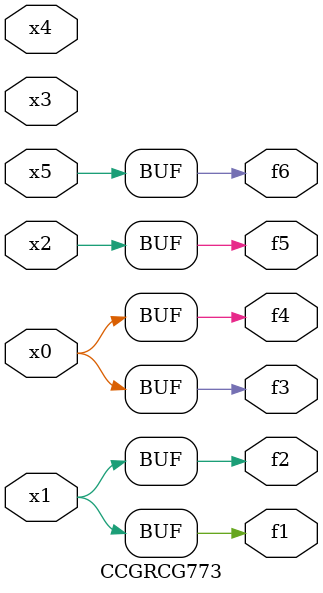
<source format=v>
module CCGRCG773(
	input x0, x1, x2, x3, x4, x5,
	output f1, f2, f3, f4, f5, f6
);
	assign f1 = x1;
	assign f2 = x1;
	assign f3 = x0;
	assign f4 = x0;
	assign f5 = x2;
	assign f6 = x5;
endmodule

</source>
